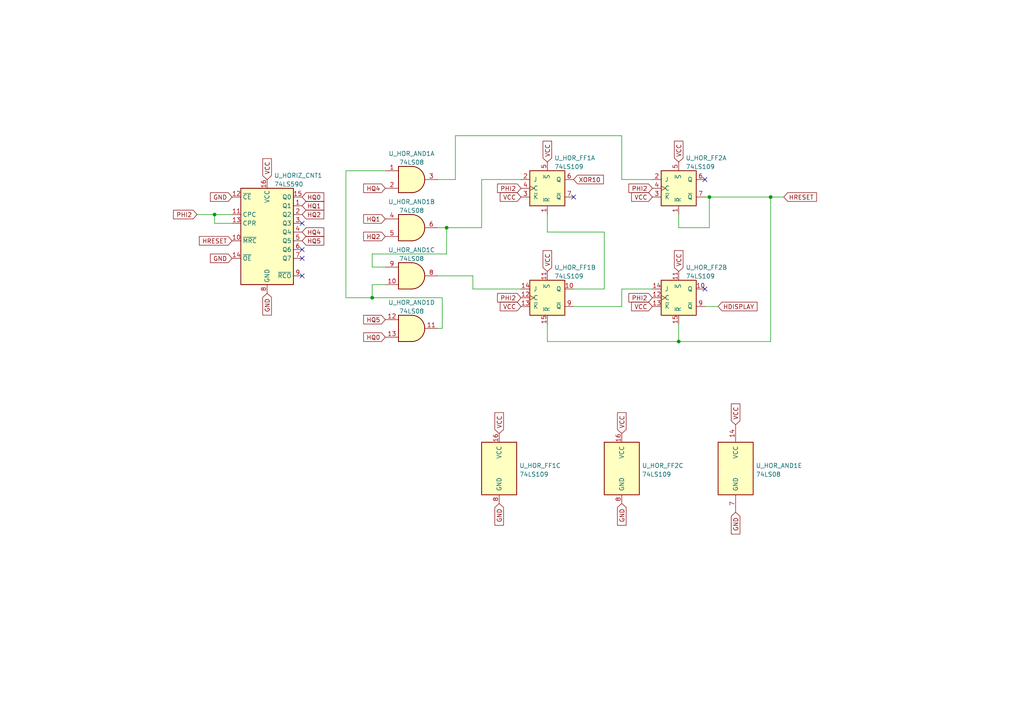
<source format=kicad_sch>
(kicad_sch (version 20211123) (generator eeschema)

  (uuid c282166a-255c-464b-b7f5-7d3847a00e90)

  (paper "A4")

  (lib_symbols
    (symbol "74xx:74LS08" (pin_names (offset 1.016)) (in_bom yes) (on_board yes)
      (property "Reference" "U" (id 0) (at 0 1.27 0)
        (effects (font (size 1.27 1.27)))
      )
      (property "Value" "74LS08" (id 1) (at 0 -1.27 0)
        (effects (font (size 1.27 1.27)))
      )
      (property "Footprint" "" (id 2) (at 0 0 0)
        (effects (font (size 1.27 1.27)) hide)
      )
      (property "Datasheet" "http://www.ti.com/lit/gpn/sn74LS08" (id 3) (at 0 0 0)
        (effects (font (size 1.27 1.27)) hide)
      )
      (property "ki_locked" "" (id 4) (at 0 0 0)
        (effects (font (size 1.27 1.27)))
      )
      (property "ki_keywords" "TTL and2" (id 5) (at 0 0 0)
        (effects (font (size 1.27 1.27)) hide)
      )
      (property "ki_description" "Quad And2" (id 6) (at 0 0 0)
        (effects (font (size 1.27 1.27)) hide)
      )
      (property "ki_fp_filters" "DIP*W7.62mm*" (id 7) (at 0 0 0)
        (effects (font (size 1.27 1.27)) hide)
      )
      (symbol "74LS08_1_1"
        (arc (start 0 -3.81) (mid 3.81 0) (end 0 3.81)
          (stroke (width 0.254) (type default) (color 0 0 0 0))
          (fill (type background))
        )
        (polyline
          (pts
            (xy 0 3.81)
            (xy -3.81 3.81)
            (xy -3.81 -3.81)
            (xy 0 -3.81)
          )
          (stroke (width 0.254) (type default) (color 0 0 0 0))
          (fill (type background))
        )
        (pin input line (at -7.62 2.54 0) (length 3.81)
          (name "~" (effects (font (size 1.27 1.27))))
          (number "1" (effects (font (size 1.27 1.27))))
        )
        (pin input line (at -7.62 -2.54 0) (length 3.81)
          (name "~" (effects (font (size 1.27 1.27))))
          (number "2" (effects (font (size 1.27 1.27))))
        )
        (pin output line (at 7.62 0 180) (length 3.81)
          (name "~" (effects (font (size 1.27 1.27))))
          (number "3" (effects (font (size 1.27 1.27))))
        )
      )
      (symbol "74LS08_1_2"
        (arc (start -3.81 -3.81) (mid -2.589 0) (end -3.81 3.81)
          (stroke (width 0.254) (type default) (color 0 0 0 0))
          (fill (type none))
        )
        (arc (start -0.6096 -3.81) (mid 2.1842 -2.5851) (end 3.81 0)
          (stroke (width 0.254) (type default) (color 0 0 0 0))
          (fill (type background))
        )
        (polyline
          (pts
            (xy -3.81 -3.81)
            (xy -0.635 -3.81)
          )
          (stroke (width 0.254) (type default) (color 0 0 0 0))
          (fill (type background))
        )
        (polyline
          (pts
            (xy -3.81 3.81)
            (xy -0.635 3.81)
          )
          (stroke (width 0.254) (type default) (color 0 0 0 0))
          (fill (type background))
        )
        (polyline
          (pts
            (xy -0.635 3.81)
            (xy -3.81 3.81)
            (xy -3.81 3.81)
            (xy -3.556 3.4036)
            (xy -3.0226 2.2606)
            (xy -2.6924 1.0414)
            (xy -2.6162 -0.254)
            (xy -2.7686 -1.4986)
            (xy -3.175 -2.7178)
            (xy -3.81 -3.81)
            (xy -3.81 -3.81)
            (xy -0.635 -3.81)
          )
          (stroke (width -25.4) (type default) (color 0 0 0 0))
          (fill (type background))
        )
        (arc (start 3.81 0) (mid 2.1915 2.5936) (end -0.6096 3.81)
          (stroke (width 0.254) (type default) (color 0 0 0 0))
          (fill (type background))
        )
        (pin input inverted (at -7.62 2.54 0) (length 4.318)
          (name "~" (effects (font (size 1.27 1.27))))
          (number "1" (effects (font (size 1.27 1.27))))
        )
        (pin input inverted (at -7.62 -2.54 0) (length 4.318)
          (name "~" (effects (font (size 1.27 1.27))))
          (number "2" (effects (font (size 1.27 1.27))))
        )
        (pin output inverted (at 7.62 0 180) (length 3.81)
          (name "~" (effects (font (size 1.27 1.27))))
          (number "3" (effects (font (size 1.27 1.27))))
        )
      )
      (symbol "74LS08_2_1"
        (arc (start 0 -3.81) (mid 3.81 0) (end 0 3.81)
          (stroke (width 0.254) (type default) (color 0 0 0 0))
          (fill (type background))
        )
        (polyline
          (pts
            (xy 0 3.81)
            (xy -3.81 3.81)
            (xy -3.81 -3.81)
            (xy 0 -3.81)
          )
          (stroke (width 0.254) (type default) (color 0 0 0 0))
          (fill (type background))
        )
        (pin input line (at -7.62 2.54 0) (length 3.81)
          (name "~" (effects (font (size 1.27 1.27))))
          (number "4" (effects (font (size 1.27 1.27))))
        )
        (pin input line (at -7.62 -2.54 0) (length 3.81)
          (name "~" (effects (font (size 1.27 1.27))))
          (number "5" (effects (font (size 1.27 1.27))))
        )
        (pin output line (at 7.62 0 180) (length 3.81)
          (name "~" (effects (font (size 1.27 1.27))))
          (number "6" (effects (font (size 1.27 1.27))))
        )
      )
      (symbol "74LS08_2_2"
        (arc (start -3.81 -3.81) (mid -2.589 0) (end -3.81 3.81)
          (stroke (width 0.254) (type default) (color 0 0 0 0))
          (fill (type none))
        )
        (arc (start -0.6096 -3.81) (mid 2.1842 -2.5851) (end 3.81 0)
          (stroke (width 0.254) (type default) (color 0 0 0 0))
          (fill (type background))
        )
        (polyline
          (pts
            (xy -3.81 -3.81)
            (xy -0.635 -3.81)
          )
          (stroke (width 0.254) (type default) (color 0 0 0 0))
          (fill (type background))
        )
        (polyline
          (pts
            (xy -3.81 3.81)
            (xy -0.635 3.81)
          )
          (stroke (width 0.254) (type default) (color 0 0 0 0))
          (fill (type background))
        )
        (polyline
          (pts
            (xy -0.635 3.81)
            (xy -3.81 3.81)
            (xy -3.81 3.81)
            (xy -3.556 3.4036)
            (xy -3.0226 2.2606)
            (xy -2.6924 1.0414)
            (xy -2.6162 -0.254)
            (xy -2.7686 -1.4986)
            (xy -3.175 -2.7178)
            (xy -3.81 -3.81)
            (xy -3.81 -3.81)
            (xy -0.635 -3.81)
          )
          (stroke (width -25.4) (type default) (color 0 0 0 0))
          (fill (type background))
        )
        (arc (start 3.81 0) (mid 2.1915 2.5936) (end -0.6096 3.81)
          (stroke (width 0.254) (type default) (color 0 0 0 0))
          (fill (type background))
        )
        (pin input inverted (at -7.62 2.54 0) (length 4.318)
          (name "~" (effects (font (size 1.27 1.27))))
          (number "4" (effects (font (size 1.27 1.27))))
        )
        (pin input inverted (at -7.62 -2.54 0) (length 4.318)
          (name "~" (effects (font (size 1.27 1.27))))
          (number "5" (effects (font (size 1.27 1.27))))
        )
        (pin output inverted (at 7.62 0 180) (length 3.81)
          (name "~" (effects (font (size 1.27 1.27))))
          (number "6" (effects (font (size 1.27 1.27))))
        )
      )
      (symbol "74LS08_3_1"
        (arc (start 0 -3.81) (mid 3.81 0) (end 0 3.81)
          (stroke (width 0.254) (type default) (color 0 0 0 0))
          (fill (type background))
        )
        (polyline
          (pts
            (xy 0 3.81)
            (xy -3.81 3.81)
            (xy -3.81 -3.81)
            (xy 0 -3.81)
          )
          (stroke (width 0.254) (type default) (color 0 0 0 0))
          (fill (type background))
        )
        (pin input line (at -7.62 -2.54 0) (length 3.81)
          (name "~" (effects (font (size 1.27 1.27))))
          (number "10" (effects (font (size 1.27 1.27))))
        )
        (pin output line (at 7.62 0 180) (length 3.81)
          (name "~" (effects (font (size 1.27 1.27))))
          (number "8" (effects (font (size 1.27 1.27))))
        )
        (pin input line (at -7.62 2.54 0) (length 3.81)
          (name "~" (effects (font (size 1.27 1.27))))
          (number "9" (effects (font (size 1.27 1.27))))
        )
      )
      (symbol "74LS08_3_2"
        (arc (start -3.81 -3.81) (mid -2.589 0) (end -3.81 3.81)
          (stroke (width 0.254) (type default) (color 0 0 0 0))
          (fill (type none))
        )
        (arc (start -0.6096 -3.81) (mid 2.1842 -2.5851) (end 3.81 0)
          (stroke (width 0.254) (type default) (color 0 0 0 0))
          (fill (type background))
        )
        (polyline
          (pts
            (xy -3.81 -3.81)
            (xy -0.635 -3.81)
          )
          (stroke (width 0.254) (type default) (color 0 0 0 0))
          (fill (type background))
        )
        (polyline
          (pts
            (xy -3.81 3.81)
            (xy -0.635 3.81)
          )
          (stroke (width 0.254) (type default) (color 0 0 0 0))
          (fill (type background))
        )
        (polyline
          (pts
            (xy -0.635 3.81)
            (xy -3.81 3.81)
            (xy -3.81 3.81)
            (xy -3.556 3.4036)
            (xy -3.0226 2.2606)
            (xy -2.6924 1.0414)
            (xy -2.6162 -0.254)
            (xy -2.7686 -1.4986)
            (xy -3.175 -2.7178)
            (xy -3.81 -3.81)
            (xy -3.81 -3.81)
            (xy -0.635 -3.81)
          )
          (stroke (width -25.4) (type default) (color 0 0 0 0))
          (fill (type background))
        )
        (arc (start 3.81 0) (mid 2.1915 2.5936) (end -0.6096 3.81)
          (stroke (width 0.254) (type default) (color 0 0 0 0))
          (fill (type background))
        )
        (pin input inverted (at -7.62 -2.54 0) (length 4.318)
          (name "~" (effects (font (size 1.27 1.27))))
          (number "10" (effects (font (size 1.27 1.27))))
        )
        (pin output inverted (at 7.62 0 180) (length 3.81)
          (name "~" (effects (font (size 1.27 1.27))))
          (number "8" (effects (font (size 1.27 1.27))))
        )
        (pin input inverted (at -7.62 2.54 0) (length 4.318)
          (name "~" (effects (font (size 1.27 1.27))))
          (number "9" (effects (font (size 1.27 1.27))))
        )
      )
      (symbol "74LS08_4_1"
        (arc (start 0 -3.81) (mid 3.81 0) (end 0 3.81)
          (stroke (width 0.254) (type default) (color 0 0 0 0))
          (fill (type background))
        )
        (polyline
          (pts
            (xy 0 3.81)
            (xy -3.81 3.81)
            (xy -3.81 -3.81)
            (xy 0 -3.81)
          )
          (stroke (width 0.254) (type default) (color 0 0 0 0))
          (fill (type background))
        )
        (pin output line (at 7.62 0 180) (length 3.81)
          (name "~" (effects (font (size 1.27 1.27))))
          (number "11" (effects (font (size 1.27 1.27))))
        )
        (pin input line (at -7.62 2.54 0) (length 3.81)
          (name "~" (effects (font (size 1.27 1.27))))
          (number "12" (effects (font (size 1.27 1.27))))
        )
        (pin input line (at -7.62 -2.54 0) (length 3.81)
          (name "~" (effects (font (size 1.27 1.27))))
          (number "13" (effects (font (size 1.27 1.27))))
        )
      )
      (symbol "74LS08_4_2"
        (arc (start -3.81 -3.81) (mid -2.589 0) (end -3.81 3.81)
          (stroke (width 0.254) (type default) (color 0 0 0 0))
          (fill (type none))
        )
        (arc (start -0.6096 -3.81) (mid 2.1842 -2.5851) (end 3.81 0)
          (stroke (width 0.254) (type default) (color 0 0 0 0))
          (fill (type background))
        )
        (polyline
          (pts
            (xy -3.81 -3.81)
            (xy -0.635 -3.81)
          )
          (stroke (width 0.254) (type default) (color 0 0 0 0))
          (fill (type background))
        )
        (polyline
          (pts
            (xy -3.81 3.81)
            (xy -0.635 3.81)
          )
          (stroke (width 0.254) (type default) (color 0 0 0 0))
          (fill (type background))
        )
        (polyline
          (pts
            (xy -0.635 3.81)
            (xy -3.81 3.81)
            (xy -3.81 3.81)
            (xy -3.556 3.4036)
            (xy -3.0226 2.2606)
            (xy -2.6924 1.0414)
            (xy -2.6162 -0.254)
            (xy -2.7686 -1.4986)
            (xy -3.175 -2.7178)
            (xy -3.81 -3.81)
            (xy -3.81 -3.81)
            (xy -0.635 -3.81)
          )
          (stroke (width -25.4) (type default) (color 0 0 0 0))
          (fill (type background))
        )
        (arc (start 3.81 0) (mid 2.1915 2.5936) (end -0.6096 3.81)
          (stroke (width 0.254) (type default) (color 0 0 0 0))
          (fill (type background))
        )
        (pin output inverted (at 7.62 0 180) (length 3.81)
          (name "~" (effects (font (size 1.27 1.27))))
          (number "11" (effects (font (size 1.27 1.27))))
        )
        (pin input inverted (at -7.62 2.54 0) (length 4.318)
          (name "~" (effects (font (size 1.27 1.27))))
          (number "12" (effects (font (size 1.27 1.27))))
        )
        (pin input inverted (at -7.62 -2.54 0) (length 4.318)
          (name "~" (effects (font (size 1.27 1.27))))
          (number "13" (effects (font (size 1.27 1.27))))
        )
      )
      (symbol "74LS08_5_0"
        (pin power_in line (at 0 12.7 270) (length 5.08)
          (name "VCC" (effects (font (size 1.27 1.27))))
          (number "14" (effects (font (size 1.27 1.27))))
        )
        (pin power_in line (at 0 -12.7 90) (length 5.08)
          (name "GND" (effects (font (size 1.27 1.27))))
          (number "7" (effects (font (size 1.27 1.27))))
        )
      )
      (symbol "74LS08_5_1"
        (rectangle (start -5.08 7.62) (end 5.08 -7.62)
          (stroke (width 0.254) (type default) (color 0 0 0 0))
          (fill (type background))
        )
      )
    )
    (symbol "74xx:74LS109" (pin_names (offset 1.016)) (in_bom yes) (on_board yes)
      (property "Reference" "U" (id 0) (at -7.62 8.89 0)
        (effects (font (size 1.27 1.27)))
      )
      (property "Value" "74LS109" (id 1) (at -7.62 -8.89 0)
        (effects (font (size 1.27 1.27)))
      )
      (property "Footprint" "" (id 2) (at 0 0 0)
        (effects (font (size 1.27 1.27)) hide)
      )
      (property "Datasheet" "http://www.ti.com/lit/gpn/sn74LS109" (id 3) (at 0 0 0)
        (effects (font (size 1.27 1.27)) hide)
      )
      (property "ki_locked" "" (id 4) (at 0 0 0)
        (effects (font (size 1.27 1.27)))
      )
      (property "ki_keywords" "TTL JK" (id 5) (at 0 0 0)
        (effects (font (size 1.27 1.27)) hide)
      )
      (property "ki_description" "Dual JK Flip-Flop, Set & Reset" (id 6) (at 0 0 0)
        (effects (font (size 1.27 1.27)) hide)
      )
      (property "ki_fp_filters" "DIP*W7.62mm*" (id 7) (at 0 0 0)
        (effects (font (size 1.27 1.27)) hide)
      )
      (symbol "74LS109_1_0"
        (pin input line (at 0 -7.62 90) (length 2.54)
          (name "~{R}" (effects (font (size 1.27 1.27))))
          (number "1" (effects (font (size 1.27 1.27))))
        )
        (pin input line (at -7.62 2.54 0) (length 2.54)
          (name "J" (effects (font (size 1.27 1.27))))
          (number "2" (effects (font (size 1.27 1.27))))
        )
        (pin input line (at -7.62 -2.54 0) (length 2.54)
          (name "~{K}" (effects (font (size 1.27 1.27))))
          (number "3" (effects (font (size 1.27 1.27))))
        )
        (pin input clock (at -7.62 0 0) (length 2.54)
          (name "C" (effects (font (size 1.27 1.27))))
          (number "4" (effects (font (size 1.27 1.27))))
        )
        (pin input line (at 0 7.62 270) (length 2.54)
          (name "~{S}" (effects (font (size 1.27 1.27))))
          (number "5" (effects (font (size 1.27 1.27))))
        )
        (pin output line (at 7.62 2.54 180) (length 2.54)
          (name "Q" (effects (font (size 1.27 1.27))))
          (number "6" (effects (font (size 1.27 1.27))))
        )
        (pin output line (at 7.62 -2.54 180) (length 2.54)
          (name "~{Q}" (effects (font (size 1.27 1.27))))
          (number "7" (effects (font (size 1.27 1.27))))
        )
      )
      (symbol "74LS109_1_1"
        (rectangle (start -5.08 5.08) (end 5.08 -5.08)
          (stroke (width 0.254) (type default) (color 0 0 0 0))
          (fill (type background))
        )
      )
      (symbol "74LS109_2_0"
        (pin output line (at 7.62 2.54 180) (length 2.54)
          (name "Q" (effects (font (size 1.27 1.27))))
          (number "10" (effects (font (size 1.27 1.27))))
        )
        (pin input line (at 0 7.62 270) (length 2.54)
          (name "~{S}" (effects (font (size 1.27 1.27))))
          (number "11" (effects (font (size 1.27 1.27))))
        )
        (pin input clock (at -7.62 0 0) (length 2.54)
          (name "C" (effects (font (size 1.27 1.27))))
          (number "12" (effects (font (size 1.27 1.27))))
        )
        (pin input line (at -7.62 -2.54 0) (length 2.54)
          (name "~{K}" (effects (font (size 1.27 1.27))))
          (number "13" (effects (font (size 1.27 1.27))))
        )
        (pin input line (at -7.62 2.54 0) (length 2.54)
          (name "J" (effects (font (size 1.27 1.27))))
          (number "14" (effects (font (size 1.27 1.27))))
        )
        (pin input line (at 0 -7.62 90) (length 2.54)
          (name "~{R}" (effects (font (size 1.27 1.27))))
          (number "15" (effects (font (size 1.27 1.27))))
        )
        (pin output line (at 7.62 -2.54 180) (length 2.54)
          (name "~{Q}" (effects (font (size 1.27 1.27))))
          (number "9" (effects (font (size 1.27 1.27))))
        )
      )
      (symbol "74LS109_2_1"
        (rectangle (start -5.08 5.08) (end 5.08 -5.08)
          (stroke (width 0.254) (type default) (color 0 0 0 0))
          (fill (type background))
        )
      )
      (symbol "74LS109_3_0"
        (pin power_in line (at 0 10.16 270) (length 2.54)
          (name "VCC" (effects (font (size 1.27 1.27))))
          (number "16" (effects (font (size 1.27 1.27))))
        )
        (pin power_in line (at 0 -10.16 90) (length 2.54)
          (name "GND" (effects (font (size 1.27 1.27))))
          (number "8" (effects (font (size 1.27 1.27))))
        )
      )
      (symbol "74LS109_3_1"
        (rectangle (start -5.08 7.62) (end 5.08 -7.62)
          (stroke (width 0.254) (type default) (color 0 0 0 0))
          (fill (type background))
        )
      )
    )
    (symbol "74xx:74LS590" (in_bom yes) (on_board yes)
      (property "Reference" "U" (id 0) (at -7.62 16.51 0)
        (effects (font (size 1.27 1.27)))
      )
      (property "Value" "74LS590" (id 1) (at -7.62 -13.97 0)
        (effects (font (size 1.27 1.27)))
      )
      (property "Footprint" "" (id 2) (at 0 1.27 0)
        (effects (font (size 1.27 1.27)) hide)
      )
      (property "Datasheet" "http://www.ti.com/lit/gpn/sn74ls590" (id 3) (at 0 1.27 0)
        (effects (font (size 1.27 1.27)) hide)
      )
      (property "ki_keywords" "TTL Counter 3State" (id 4) (at 0 0 0)
        (effects (font (size 1.27 1.27)) hide)
      )
      (property "ki_description" "8-bit Binary Counter with Output Register 3-State Outputs, DIP-16/SOIC-16/SOIC-16W" (id 5) (at 0 0 0)
        (effects (font (size 1.27 1.27)) hide)
      )
      (property "ki_fp_filters" "DIP*W7.62mm* SOIC*3.9x9.9mm*P1.27mm* TSSOP*4.4x5mm*P0.65mm* SOIC*5.3x10.2mm*P1.27mm* SOIC*7.5x10.3mm*P1.27mm*" (id 6) (at 0 0 0)
        (effects (font (size 1.27 1.27)) hide)
      )
      (symbol "74LS590_1_0"
        (pin tri_state line (at 10.16 10.16 180) (length 2.54)
          (name "Q1" (effects (font (size 1.27 1.27))))
          (number "1" (effects (font (size 1.27 1.27))))
        )
        (pin input line (at -10.16 0 0) (length 2.54)
          (name "~{MRC}" (effects (font (size 1.27 1.27))))
          (number "10" (effects (font (size 1.27 1.27))))
        )
        (pin input line (at -10.16 7.62 0) (length 2.54)
          (name "CPC" (effects (font (size 1.27 1.27))))
          (number "11" (effects (font (size 1.27 1.27))))
        )
        (pin input line (at -10.16 12.7 0) (length 2.54)
          (name "~{CE}" (effects (font (size 1.27 1.27))))
          (number "12" (effects (font (size 1.27 1.27))))
        )
        (pin input line (at -10.16 5.08 0) (length 2.54)
          (name "CPR" (effects (font (size 1.27 1.27))))
          (number "13" (effects (font (size 1.27 1.27))))
        )
        (pin input line (at -10.16 -5.08 0) (length 2.54)
          (name "~{OE}" (effects (font (size 1.27 1.27))))
          (number "14" (effects (font (size 1.27 1.27))))
        )
        (pin tri_state line (at 10.16 12.7 180) (length 2.54)
          (name "Q0" (effects (font (size 1.27 1.27))))
          (number "15" (effects (font (size 1.27 1.27))))
        )
        (pin power_in line (at 0 17.78 270) (length 2.54)
          (name "VCC" (effects (font (size 1.27 1.27))))
          (number "16" (effects (font (size 1.27 1.27))))
        )
        (pin tri_state line (at 10.16 7.62 180) (length 2.54)
          (name "Q2" (effects (font (size 1.27 1.27))))
          (number "2" (effects (font (size 1.27 1.27))))
        )
        (pin tri_state line (at 10.16 5.08 180) (length 2.54)
          (name "Q3" (effects (font (size 1.27 1.27))))
          (number "3" (effects (font (size 1.27 1.27))))
        )
        (pin tri_state line (at 10.16 2.54 180) (length 2.54)
          (name "Q4" (effects (font (size 1.27 1.27))))
          (number "4" (effects (font (size 1.27 1.27))))
        )
        (pin tri_state line (at 10.16 0 180) (length 2.54)
          (name "Q5" (effects (font (size 1.27 1.27))))
          (number "5" (effects (font (size 1.27 1.27))))
        )
        (pin tri_state line (at 10.16 -2.54 180) (length 2.54)
          (name "Q6" (effects (font (size 1.27 1.27))))
          (number "6" (effects (font (size 1.27 1.27))))
        )
        (pin tri_state line (at 10.16 -5.08 180) (length 2.54)
          (name "Q7" (effects (font (size 1.27 1.27))))
          (number "7" (effects (font (size 1.27 1.27))))
        )
        (pin power_in line (at 0 -15.24 90) (length 2.54)
          (name "GND" (effects (font (size 1.27 1.27))))
          (number "8" (effects (font (size 1.27 1.27))))
        )
        (pin output line (at 10.16 -10.16 180) (length 2.54)
          (name "~{RCO}" (effects (font (size 1.27 1.27))))
          (number "9" (effects (font (size 1.27 1.27))))
        )
      )
      (symbol "74LS590_1_1"
        (rectangle (start -7.62 15.24) (end 7.62 -12.7)
          (stroke (width 0.254) (type default) (color 0 0 0 0))
          (fill (type background))
        )
      )
    )
  )

  (junction (at 62.23 62.23) (diameter 0) (color 0 0 0 0)
    (uuid 2169a828-b64f-46a8-aabc-2ebc08394bb2)
  )
  (junction (at 107.95 86.36) (diameter 0) (color 0 0 0 0)
    (uuid 252c8064-b4a7-417c-a20d-077e13665b72)
  )
  (junction (at 129.54 66.04) (diameter 0) (color 0 0 0 0)
    (uuid 4796457e-6108-48ee-8dcc-1fece6547974)
  )
  (junction (at 196.85 99.06) (diameter 0) (color 0 0 0 0)
    (uuid 6bd7cc54-65d4-45e4-90a4-d2f1b410049e)
  )
  (junction (at 223.52 57.15) (diameter 0) (color 0 0 0 0)
    (uuid bed1d78f-cfe4-42fb-98c3-6b0588492b3a)
  )
  (junction (at 205.74 57.15) (diameter 0) (color 0 0 0 0)
    (uuid f9e8ae6d-2120-4d40-929f-ec6aad03867f)
  )

  (no_connect (at 166.37 57.15) (uuid b2735134-f0ea-4d7f-98f7-0524ff468e84))
  (no_connect (at 204.47 52.07) (uuid b2735134-f0ea-4d7f-98f7-0524ff468e85))
  (no_connect (at 87.63 64.77) (uuid d3308d37-1695-49e7-8af1-d32dcc1006d2))
  (no_connect (at 87.63 72.39) (uuid d3308d37-1695-49e7-8af1-d32dcc1006d3))
  (no_connect (at 87.63 80.01) (uuid d3308d37-1695-49e7-8af1-d32dcc1006d4))
  (no_connect (at 87.63 74.93) (uuid d3308d37-1695-49e7-8af1-d32dcc1006d5))
  (no_connect (at 204.47 83.82) (uuid e72316eb-052b-4333-a656-914e0582ffe3))

  (wire (pts (xy 196.85 66.04) (xy 205.74 66.04))
    (stroke (width 0) (type default) (color 0 0 0 0))
    (uuid 08a1494d-f8bd-4e3b-8088-558d92b691ea)
  )
  (wire (pts (xy 175.26 83.82) (xy 175.26 67.31))
    (stroke (width 0) (type default) (color 0 0 0 0))
    (uuid 0e236c94-c9d6-4115-988e-792fc88d6b8f)
  )
  (wire (pts (xy 127 52.07) (xy 132.08 52.07))
    (stroke (width 0) (type default) (color 0 0 0 0))
    (uuid 11fba5da-432e-41ba-8bcc-96a01f9e966c)
  )
  (wire (pts (xy 129.54 73.66) (xy 107.95 73.66))
    (stroke (width 0) (type default) (color 0 0 0 0))
    (uuid 27843c1a-d60e-44b2-9154-3f6b675e8dcd)
  )
  (wire (pts (xy 107.95 73.66) (xy 107.95 77.47))
    (stroke (width 0) (type default) (color 0 0 0 0))
    (uuid 2823280e-b41d-415c-b060-f57581b5880a)
  )
  (wire (pts (xy 100.33 86.36) (xy 100.33 49.53))
    (stroke (width 0) (type default) (color 0 0 0 0))
    (uuid 2d640459-b8d6-4f79-8ad0-dc44f3af5998)
  )
  (wire (pts (xy 180.34 83.82) (xy 180.34 88.9))
    (stroke (width 0) (type default) (color 0 0 0 0))
    (uuid 2ed25d80-89a5-42eb-8c7d-c411aead5063)
  )
  (wire (pts (xy 180.34 88.9) (xy 166.37 88.9))
    (stroke (width 0) (type default) (color 0 0 0 0))
    (uuid 32a791ce-2d67-4d08-9f5a-925a6e16ee5d)
  )
  (wire (pts (xy 208.28 88.9) (xy 204.47 88.9))
    (stroke (width 0) (type default) (color 0 0 0 0))
    (uuid 36e7e5eb-dbe6-4d46-acf8-20d70bd655db)
  )
  (wire (pts (xy 158.75 93.98) (xy 158.75 99.06))
    (stroke (width 0) (type default) (color 0 0 0 0))
    (uuid 374c092a-abbe-4ecd-b470-3b848da27562)
  )
  (wire (pts (xy 62.23 62.23) (xy 67.31 62.23))
    (stroke (width 0) (type default) (color 0 0 0 0))
    (uuid 47bddab0-a0da-40cc-9ffc-c2dddae4bc08)
  )
  (wire (pts (xy 129.54 66.04) (xy 139.7 66.04))
    (stroke (width 0) (type default) (color 0 0 0 0))
    (uuid 49074762-29b4-4103-b977-6bb1b2f328b0)
  )
  (wire (pts (xy 205.74 57.15) (xy 204.47 57.15))
    (stroke (width 0) (type default) (color 0 0 0 0))
    (uuid 4a67b9f0-641e-4deb-b5af-e3c72253c9e3)
  )
  (wire (pts (xy 132.08 39.37) (xy 180.34 39.37))
    (stroke (width 0) (type default) (color 0 0 0 0))
    (uuid 521ced63-e8bb-4396-9f38-9f7cdc789349)
  )
  (wire (pts (xy 62.23 62.23) (xy 62.23 64.77))
    (stroke (width 0) (type default) (color 0 0 0 0))
    (uuid 55c78c4d-fe62-4caf-afae-87cb46adc7e2)
  )
  (wire (pts (xy 127 80.01) (xy 137.16 80.01))
    (stroke (width 0) (type default) (color 0 0 0 0))
    (uuid 565fe3b8-b76d-4b1d-ba7b-a9a2c13ea231)
  )
  (wire (pts (xy 107.95 86.36) (xy 107.95 82.55))
    (stroke (width 0) (type default) (color 0 0 0 0))
    (uuid 5913233b-74df-4917-8bc2-e5cb17e09f2d)
  )
  (wire (pts (xy 137.16 80.01) (xy 137.16 83.82))
    (stroke (width 0) (type default) (color 0 0 0 0))
    (uuid 681d50b1-5a8d-461e-8477-1058af5e003e)
  )
  (wire (pts (xy 175.26 67.31) (xy 158.75 67.31))
    (stroke (width 0) (type default) (color 0 0 0 0))
    (uuid 6c8d0f20-458b-4690-ae36-06e8560f3073)
  )
  (wire (pts (xy 205.74 66.04) (xy 205.74 57.15))
    (stroke (width 0) (type default) (color 0 0 0 0))
    (uuid 7069fb1e-c33c-47d4-b88f-f141a007d5dc)
  )
  (wire (pts (xy 196.85 99.06) (xy 196.85 93.98))
    (stroke (width 0) (type default) (color 0 0 0 0))
    (uuid 775eeab5-9a68-435a-85b2-c1eb3d7b4569)
  )
  (wire (pts (xy 180.34 39.37) (xy 180.34 52.07))
    (stroke (width 0) (type default) (color 0 0 0 0))
    (uuid 780eb0cd-fca4-46e8-b2cd-595f6d6fdb04)
  )
  (wire (pts (xy 189.23 83.82) (xy 180.34 83.82))
    (stroke (width 0) (type default) (color 0 0 0 0))
    (uuid 79df9b73-aef9-419c-93fe-831d64be8fc7)
  )
  (wire (pts (xy 139.7 66.04) (xy 139.7 52.07))
    (stroke (width 0) (type default) (color 0 0 0 0))
    (uuid 7d173e4f-83b7-4ce1-ad6b-40c20dc4d2c2)
  )
  (wire (pts (xy 127 95.25) (xy 128.27 95.25))
    (stroke (width 0) (type default) (color 0 0 0 0))
    (uuid 8b0ead5c-92c1-41cb-8e8d-f5b14f5f71d8)
  )
  (wire (pts (xy 57.15 62.23) (xy 62.23 62.23))
    (stroke (width 0) (type default) (color 0 0 0 0))
    (uuid 8bd3ac9a-a765-43bf-a95b-020d0028be8c)
  )
  (wire (pts (xy 107.95 82.55) (xy 111.76 82.55))
    (stroke (width 0) (type default) (color 0 0 0 0))
    (uuid 90a59c5b-bb81-4be8-b635-e4224f09694d)
  )
  (wire (pts (xy 139.7 52.07) (xy 151.13 52.07))
    (stroke (width 0) (type default) (color 0 0 0 0))
    (uuid 93a45995-274e-4f46-a1d2-79ae7a50de1e)
  )
  (wire (pts (xy 132.08 52.07) (xy 132.08 39.37))
    (stroke (width 0) (type default) (color 0 0 0 0))
    (uuid 9c121ee9-ece3-4b75-8bb4-0d8296524ed4)
  )
  (wire (pts (xy 127 66.04) (xy 129.54 66.04))
    (stroke (width 0) (type default) (color 0 0 0 0))
    (uuid a08862d2-6ab0-406a-8a36-a92eddfe7113)
  )
  (wire (pts (xy 128.27 86.36) (xy 107.95 86.36))
    (stroke (width 0) (type default) (color 0 0 0 0))
    (uuid a1ff4fb3-fda0-40ac-b409-b80ac7ecfa43)
  )
  (wire (pts (xy 100.33 49.53) (xy 111.76 49.53))
    (stroke (width 0) (type default) (color 0 0 0 0))
    (uuid aa786764-e29b-4b2d-99e8-d4d5872c4e7a)
  )
  (wire (pts (xy 62.23 64.77) (xy 67.31 64.77))
    (stroke (width 0) (type default) (color 0 0 0 0))
    (uuid b4eb715c-8f04-4b42-9eaf-131ef41739b5)
  )
  (wire (pts (xy 223.52 57.15) (xy 223.52 99.06))
    (stroke (width 0) (type default) (color 0 0 0 0))
    (uuid c31e1d32-f056-4d40-a9d2-f87cc76e8098)
  )
  (wire (pts (xy 223.52 57.15) (xy 205.74 57.15))
    (stroke (width 0) (type default) (color 0 0 0 0))
    (uuid c5e78477-4199-4947-a764-300d343bf74a)
  )
  (wire (pts (xy 137.16 83.82) (xy 151.13 83.82))
    (stroke (width 0) (type default) (color 0 0 0 0))
    (uuid cc2a5bb4-6077-47b7-8d2f-cf2e133d9440)
  )
  (wire (pts (xy 227.33 57.15) (xy 223.52 57.15))
    (stroke (width 0) (type default) (color 0 0 0 0))
    (uuid cd891a58-4aeb-4655-b8a7-6e1d17f67798)
  )
  (wire (pts (xy 107.95 86.36) (xy 100.33 86.36))
    (stroke (width 0) (type default) (color 0 0 0 0))
    (uuid d0148362-1c8b-4806-ba14-70b1ce73a8a8)
  )
  (wire (pts (xy 180.34 52.07) (xy 189.23 52.07))
    (stroke (width 0) (type default) (color 0 0 0 0))
    (uuid d1029489-f389-4b1d-9984-f78f8589fb7e)
  )
  (wire (pts (xy 107.95 77.47) (xy 111.76 77.47))
    (stroke (width 0) (type default) (color 0 0 0 0))
    (uuid d8f80fa9-9c32-4b15-a2fc-8610b43c74fa)
  )
  (wire (pts (xy 128.27 95.25) (xy 128.27 86.36))
    (stroke (width 0) (type default) (color 0 0 0 0))
    (uuid de089340-de9c-4b48-8a27-544706b033cc)
  )
  (wire (pts (xy 158.75 99.06) (xy 196.85 99.06))
    (stroke (width 0) (type default) (color 0 0 0 0))
    (uuid de918a1f-5f57-4f9a-996b-af4e373b6952)
  )
  (wire (pts (xy 158.75 67.31) (xy 158.75 62.23))
    (stroke (width 0) (type default) (color 0 0 0 0))
    (uuid df71bbaa-19f8-417e-858f-80538b2bdd40)
  )
  (wire (pts (xy 196.85 62.23) (xy 196.85 66.04))
    (stroke (width 0) (type default) (color 0 0 0 0))
    (uuid e456d41a-8bf5-4d04-8e2e-456a2171449d)
  )
  (wire (pts (xy 129.54 66.04) (xy 129.54 73.66))
    (stroke (width 0) (type default) (color 0 0 0 0))
    (uuid e4f9dea2-3c1a-4777-af01-17ee6a9d2002)
  )
  (wire (pts (xy 223.52 99.06) (xy 196.85 99.06))
    (stroke (width 0) (type default) (color 0 0 0 0))
    (uuid f787908b-db46-480e-a0e9-bd597b0b69f2)
  )
  (wire (pts (xy 166.37 83.82) (xy 175.26 83.82))
    (stroke (width 0) (type default) (color 0 0 0 0))
    (uuid f99e684f-490f-4190-80b9-530d011dbd1d)
  )

  (global_label "VCC" (shape input) (at 151.13 88.9 180) (fields_autoplaced)
    (effects (font (size 1.27 1.27)) (justify right))
    (uuid 01b8f143-0398-4dac-b909-a4e8e7b7d2af)
    (property "Intersheet References" "${INTERSHEET_REFS}" (id 0) (at 145.0883 88.9794 0)
      (effects (font (size 1.27 1.27)) (justify right) hide)
    )
  )
  (global_label "PHI2" (shape input) (at 189.23 86.36 180) (fields_autoplaced)
    (effects (font (size 1.27 1.27)) (justify right))
    (uuid 081bca8c-68ca-461b-880e-a70f148f476a)
    (property "Intersheet References" "${INTERSHEET_REFS}" (id 0) (at 182.4021 86.2806 0)
      (effects (font (size 1.27 1.27)) (justify right) hide)
    )
  )
  (global_label "HQ5" (shape input) (at 111.76 92.71 180) (fields_autoplaced)
    (effects (font (size 1.27 1.27)) (justify right))
    (uuid 1284c0ad-f045-4d00-b00a-63d48cfaf690)
    (property "Intersheet References" "${INTERSHEET_REFS}" (id 0) (at 105.4764 92.7894 0)
      (effects (font (size 1.27 1.27)) (justify right) hide)
    )
  )
  (global_label "XOR10" (shape input) (at 166.37 52.07 0) (fields_autoplaced)
    (effects (font (size 1.27 1.27)) (justify left))
    (uuid 136aecbb-8239-4951-afc9-f38dc7713151)
    (property "Intersheet References" "${INTERSHEET_REFS}" (id 0) (at 175.0121 52.1494 0)
      (effects (font (size 1.27 1.27)) (justify left) hide)
    )
  )
  (global_label "VCC" (shape input) (at 151.13 57.15 180) (fields_autoplaced)
    (effects (font (size 1.27 1.27)) (justify right))
    (uuid 215f54ab-18d1-421c-ae38-fbb7dfd2da6d)
    (property "Intersheet References" "${INTERSHEET_REFS}" (id 0) (at 145.0883 57.2294 0)
      (effects (font (size 1.27 1.27)) (justify right) hide)
    )
  )
  (global_label "GND" (shape input) (at 213.36 148.59 270) (fields_autoplaced)
    (effects (font (size 1.27 1.27)) (justify right))
    (uuid 29dbfd20-4c7f-4094-a58e-f0f0683e11e0)
    (property "Intersheet References" "${INTERSHEET_REFS}" (id 0) (at 213.2806 154.8736 90)
      (effects (font (size 1.27 1.27)) (justify right) hide)
    )
  )
  (global_label "VCC" (shape input) (at 158.75 78.74 90) (fields_autoplaced)
    (effects (font (size 1.27 1.27)) (justify left))
    (uuid 36566b57-70e1-45fe-b735-76d1cfd33adc)
    (property "Intersheet References" "${INTERSHEET_REFS}" (id 0) (at 158.6706 72.6983 90)
      (effects (font (size 1.27 1.27)) (justify left) hide)
    )
  )
  (global_label "HQ1" (shape input) (at 87.63 59.69 0) (fields_autoplaced)
    (effects (font (size 1.27 1.27)) (justify left))
    (uuid 4698fbc4-923d-4e1a-bc48-5fe94b00d916)
    (property "Intersheet References" "${INTERSHEET_REFS}" (id 0) (at 93.9136 59.6106 0)
      (effects (font (size 1.27 1.27)) (justify left) hide)
    )
  )
  (global_label "VCC" (shape input) (at 189.23 88.9 180) (fields_autoplaced)
    (effects (font (size 1.27 1.27)) (justify right))
    (uuid 486edece-fb0c-49fb-aa49-a6b627631fd7)
    (property "Intersheet References" "${INTERSHEET_REFS}" (id 0) (at 183.1883 88.9794 0)
      (effects (font (size 1.27 1.27)) (justify right) hide)
    )
  )
  (global_label "PHI2" (shape input) (at 57.15 62.23 180) (fields_autoplaced)
    (effects (font (size 1.27 1.27)) (justify right))
    (uuid 4a3b3290-f9bb-4267-a414-6037a1de1df3)
    (property "Intersheet References" "${INTERSHEET_REFS}" (id 0) (at 50.3221 62.1506 0)
      (effects (font (size 1.27 1.27)) (justify right) hide)
    )
  )
  (global_label "VCC" (shape input) (at 144.78 125.73 90) (fields_autoplaced)
    (effects (font (size 1.27 1.27)) (justify left))
    (uuid 5a9112f9-ec29-497d-a96e-91276c423767)
    (property "Intersheet References" "${INTERSHEET_REFS}" (id 0) (at 144.7006 119.6883 90)
      (effects (font (size 1.27 1.27)) (justify left) hide)
    )
  )
  (global_label "VCC" (shape input) (at 77.47 52.07 90) (fields_autoplaced)
    (effects (font (size 1.27 1.27)) (justify left))
    (uuid 6220a13e-1761-4fbb-8ab5-61965c78512a)
    (property "Intersheet References" "${INTERSHEET_REFS}" (id 0) (at 77.3906 46.0283 90)
      (effects (font (size 1.27 1.27)) (justify left) hide)
    )
  )
  (global_label "HDISPLAY" (shape input) (at 208.28 88.9 0) (fields_autoplaced)
    (effects (font (size 1.27 1.27)) (justify left))
    (uuid 6861ee51-9df4-4c76-b990-41d6cc90ff85)
    (property "Intersheet References" "${INTERSHEET_REFS}" (id 0) (at 219.5831 88.8206 0)
      (effects (font (size 1.27 1.27)) (justify left) hide)
    )
  )
  (global_label "HQ5" (shape input) (at 87.63 69.85 0) (fields_autoplaced)
    (effects (font (size 1.27 1.27)) (justify left))
    (uuid 6e3cd513-923b-4d71-a99d-233e48a47dd3)
    (property "Intersheet References" "${INTERSHEET_REFS}" (id 0) (at 93.9136 69.7706 0)
      (effects (font (size 1.27 1.27)) (justify left) hide)
    )
  )
  (global_label "GND" (shape input) (at 144.78 146.05 270) (fields_autoplaced)
    (effects (font (size 1.27 1.27)) (justify right))
    (uuid 724a4f87-3aac-44e3-9f05-d5eb5f1e5a3a)
    (property "Intersheet References" "${INTERSHEET_REFS}" (id 0) (at 144.7006 152.3336 90)
      (effects (font (size 1.27 1.27)) (justify right) hide)
    )
  )
  (global_label "GND" (shape input) (at 67.31 74.93 180) (fields_autoplaced)
    (effects (font (size 1.27 1.27)) (justify right))
    (uuid 72dbb69a-3e1a-453b-b912-c206fbb528fb)
    (property "Intersheet References" "${INTERSHEET_REFS}" (id 0) (at 61.0264 74.8506 0)
      (effects (font (size 1.27 1.27)) (justify right) hide)
    )
  )
  (global_label "VCC" (shape input) (at 189.23 57.15 180) (fields_autoplaced)
    (effects (font (size 1.27 1.27)) (justify right))
    (uuid 734bc561-cd89-4516-a8c3-a4adb47e52fb)
    (property "Intersheet References" "${INTERSHEET_REFS}" (id 0) (at 183.1883 57.2294 0)
      (effects (font (size 1.27 1.27)) (justify right) hide)
    )
  )
  (global_label "HRESET" (shape input) (at 67.31 69.85 180) (fields_autoplaced)
    (effects (font (size 1.27 1.27)) (justify right))
    (uuid 794ad8c8-3abc-4b8a-9f05-8fd411b6a2e0)
    (property "Intersheet References" "${INTERSHEET_REFS}" (id 0) (at 57.8212 69.7706 0)
      (effects (font (size 1.27 1.27)) (justify right) hide)
    )
  )
  (global_label "PHI2" (shape input) (at 151.13 54.61 180) (fields_autoplaced)
    (effects (font (size 1.27 1.27)) (justify right))
    (uuid 7f32b9e1-f181-4d9e-88e5-ea67bc0420b6)
    (property "Intersheet References" "${INTERSHEET_REFS}" (id 0) (at 144.3021 54.5306 0)
      (effects (font (size 1.27 1.27)) (justify right) hide)
    )
  )
  (global_label "HQ2" (shape input) (at 111.76 68.58 180) (fields_autoplaced)
    (effects (font (size 1.27 1.27)) (justify right))
    (uuid 93f51510-6fd4-4200-bfa7-61b858025d79)
    (property "Intersheet References" "${INTERSHEET_REFS}" (id 0) (at 105.4764 68.6594 0)
      (effects (font (size 1.27 1.27)) (justify right) hide)
    )
  )
  (global_label "HQ4" (shape input) (at 111.76 54.61 180) (fields_autoplaced)
    (effects (font (size 1.27 1.27)) (justify right))
    (uuid 9716f70d-d72c-4ed8-9b1e-c72170d7402c)
    (property "Intersheet References" "${INTERSHEET_REFS}" (id 0) (at 105.4764 54.6894 0)
      (effects (font (size 1.27 1.27)) (justify right) hide)
    )
  )
  (global_label "GND" (shape input) (at 180.34 146.05 270) (fields_autoplaced)
    (effects (font (size 1.27 1.27)) (justify right))
    (uuid 9ef8e824-2b0a-4020-b0d5-8563eb33c52a)
    (property "Intersheet References" "${INTERSHEET_REFS}" (id 0) (at 180.2606 152.3336 90)
      (effects (font (size 1.27 1.27)) (justify right) hide)
    )
  )
  (global_label "HQ1" (shape input) (at 111.76 63.5 180) (fields_autoplaced)
    (effects (font (size 1.27 1.27)) (justify right))
    (uuid a0b1bd6c-4916-4eba-bbf1-c387b4a2bf3a)
    (property "Intersheet References" "${INTERSHEET_REFS}" (id 0) (at 105.4764 63.5794 0)
      (effects (font (size 1.27 1.27)) (justify right) hide)
    )
  )
  (global_label "HQ0" (shape input) (at 111.76 97.79 180) (fields_autoplaced)
    (effects (font (size 1.27 1.27)) (justify right))
    (uuid a45a24e4-c14a-434f-b0ea-751911bdfe33)
    (property "Intersheet References" "${INTERSHEET_REFS}" (id 0) (at 105.4764 97.8694 0)
      (effects (font (size 1.27 1.27)) (justify right) hide)
    )
  )
  (global_label "PHI2" (shape input) (at 151.13 86.36 180) (fields_autoplaced)
    (effects (font (size 1.27 1.27)) (justify right))
    (uuid ac7c4e6f-745a-40ae-8bfb-ed540435ebb0)
    (property "Intersheet References" "${INTERSHEET_REFS}" (id 0) (at 144.3021 86.2806 0)
      (effects (font (size 1.27 1.27)) (justify right) hide)
    )
  )
  (global_label "HRESET" (shape input) (at 227.33 57.15 0) (fields_autoplaced)
    (effects (font (size 1.27 1.27)) (justify left))
    (uuid b9585191-466e-439a-bd52-1f239668cfe2)
    (property "Intersheet References" "${INTERSHEET_REFS}" (id 0) (at 236.8188 57.2294 0)
      (effects (font (size 1.27 1.27)) (justify left) hide)
    )
  )
  (global_label "VCC" (shape input) (at 196.85 46.99 90) (fields_autoplaced)
    (effects (font (size 1.27 1.27)) (justify left))
    (uuid c1173bfd-b100-459b-8070-f30acb53a9d4)
    (property "Intersheet References" "${INTERSHEET_REFS}" (id 0) (at 196.7706 40.9483 90)
      (effects (font (size 1.27 1.27)) (justify left) hide)
    )
  )
  (global_label "GND" (shape input) (at 67.31 57.15 180) (fields_autoplaced)
    (effects (font (size 1.27 1.27)) (justify right))
    (uuid c96af05b-1b2b-4fa9-8566-9285b6346fa5)
    (property "Intersheet References" "${INTERSHEET_REFS}" (id 0) (at 61.0264 57.0706 0)
      (effects (font (size 1.27 1.27)) (justify right) hide)
    )
  )
  (global_label "HQ0" (shape input) (at 87.63 57.15 0) (fields_autoplaced)
    (effects (font (size 1.27 1.27)) (justify left))
    (uuid db34fd14-0fc3-4603-83e9-89681d5bb13f)
    (property "Intersheet References" "${INTERSHEET_REFS}" (id 0) (at 93.9136 57.0706 0)
      (effects (font (size 1.27 1.27)) (justify left) hide)
    )
  )
  (global_label "GND" (shape input) (at 77.47 85.09 270) (fields_autoplaced)
    (effects (font (size 1.27 1.27)) (justify right))
    (uuid e150af99-eb36-4cfc-a827-ce241f8cba0f)
    (property "Intersheet References" "${INTERSHEET_REFS}" (id 0) (at 77.3906 91.3736 90)
      (effects (font (size 1.27 1.27)) (justify right) hide)
    )
  )
  (global_label "VCC" (shape input) (at 180.34 125.73 90) (fields_autoplaced)
    (effects (font (size 1.27 1.27)) (justify left))
    (uuid e50241d7-85a8-4472-9957-495b63ed56e3)
    (property "Intersheet References" "${INTERSHEET_REFS}" (id 0) (at 180.2606 119.6883 90)
      (effects (font (size 1.27 1.27)) (justify left) hide)
    )
  )
  (global_label "HQ4" (shape input) (at 87.63 67.31 0) (fields_autoplaced)
    (effects (font (size 1.27 1.27)) (justify left))
    (uuid eaf7a66e-55db-45bf-9209-a1d2e09fe5b8)
    (property "Intersheet References" "${INTERSHEET_REFS}" (id 0) (at 93.9136 67.2306 0)
      (effects (font (size 1.27 1.27)) (justify left) hide)
    )
  )
  (global_label "VCC" (shape input) (at 213.36 123.19 90) (fields_autoplaced)
    (effects (font (size 1.27 1.27)) (justify left))
    (uuid eb9ad87b-3994-42d3-b09f-482f29faa9eb)
    (property "Intersheet References" "${INTERSHEET_REFS}" (id 0) (at 213.2806 117.1483 90)
      (effects (font (size 1.27 1.27)) (justify left) hide)
    )
  )
  (global_label "HQ2" (shape input) (at 87.63 62.23 0) (fields_autoplaced)
    (effects (font (size 1.27 1.27)) (justify left))
    (uuid f0cd7fe4-9410-4f4d-b363-cc8c5a9566dc)
    (property "Intersheet References" "${INTERSHEET_REFS}" (id 0) (at 93.9136 62.1506 0)
      (effects (font (size 1.27 1.27)) (justify left) hide)
    )
  )
  (global_label "VCC" (shape input) (at 158.75 46.99 90) (fields_autoplaced)
    (effects (font (size 1.27 1.27)) (justify left))
    (uuid f4a3067a-5963-48b0-8178-ca51c9fe69eb)
    (property "Intersheet References" "${INTERSHEET_REFS}" (id 0) (at 158.6706 40.9483 90)
      (effects (font (size 1.27 1.27)) (justify left) hide)
    )
  )
  (global_label "PHI2" (shape input) (at 189.23 54.61 180) (fields_autoplaced)
    (effects (font (size 1.27 1.27)) (justify right))
    (uuid f4fa64ac-03fe-4c20-9dea-975cc64251f5)
    (property "Intersheet References" "${INTERSHEET_REFS}" (id 0) (at 182.4021 54.5306 0)
      (effects (font (size 1.27 1.27)) (justify right) hide)
    )
  )
  (global_label "VCC" (shape input) (at 196.85 78.74 90) (fields_autoplaced)
    (effects (font (size 1.27 1.27)) (justify left))
    (uuid f6b01aff-a192-4846-84da-5deb23abf5eb)
    (property "Intersheet References" "${INTERSHEET_REFS}" (id 0) (at 196.7706 72.6983 90)
      (effects (font (size 1.27 1.27)) (justify left) hide)
    )
  )

  (symbol (lib_id "74xx:74LS109") (at 180.34 135.89 0) (unit 3)
    (in_bom yes) (on_board yes) (fields_autoplaced)
    (uuid 0bb46f23-7970-43f9-b68b-20ae2000c7ad)
    (property "Reference" "U_HOR_FF2" (id 0) (at 186.182 135.0553 0)
      (effects (font (size 1.27 1.27)) (justify left))
    )
    (property "Value" "74LS109" (id 1) (at 186.182 137.5922 0)
      (effects (font (size 1.27 1.27)) (justify left))
    )
    (property "Footprint" "Package_DIP:DIP-16_W7.62mm_Socket" (id 2) (at 180.34 135.89 0)
      (effects (font (size 1.27 1.27)) hide)
    )
    (property "Datasheet" "http://www.ti.com/lit/gpn/sn74LS109" (id 3) (at 180.34 135.89 0)
      (effects (font (size 1.27 1.27)) hide)
    )
    (pin "1" (uuid 5779f1d5-1242-4e8c-987e-fc62d10316ef))
    (pin "2" (uuid d0a8cfc8-da2e-4e61-bac6-d3bb04558be7))
    (pin "3" (uuid 0b62a7dd-d1e1-4bc5-9b41-bc03f0eca2e3))
    (pin "4" (uuid 34dcb461-3161-4a08-b9ba-b7093b432712))
    (pin "5" (uuid 99bf056a-32e9-421a-b9fb-b1bc38da2578))
    (pin "6" (uuid 24a7d18a-e36e-4869-8435-6099a38a1c4c))
    (pin "7" (uuid b264b67d-9cd2-4b8f-85e5-f04f0cded25c))
    (pin "10" (uuid b7a8a050-c477-4c11-97bf-5eac6a73a41b))
    (pin "11" (uuid a010096c-6eef-4625-b90a-97b98d330cdf))
    (pin "12" (uuid f56fa801-f070-4ef9-995e-d35c2000f039))
    (pin "13" (uuid cc1aa4f9-93f2-4cc5-a2a9-fe0108b9ca87))
    (pin "14" (uuid b4584fb1-30ff-4db3-a8fb-5e7596ce4e0a))
    (pin "15" (uuid 1cc4c30b-d554-4b0a-adee-f276d1629c69))
    (pin "9" (uuid b9fc9b98-0695-4ba4-afd2-1fa3810f50d5))
    (pin "16" (uuid 0356d907-2171-4509-82cb-70247dbc0c76))
    (pin "8" (uuid d13fbe34-6c7f-4753-8c38-207512b10f05))
  )

  (symbol (lib_id "74xx:74LS08") (at 213.36 135.89 0) (unit 5)
    (in_bom yes) (on_board yes) (fields_autoplaced)
    (uuid 1f26eb8c-b8ff-4a88-b504-57d250986179)
    (property "Reference" "U_HOR_AND1" (id 0) (at 219.202 135.0553 0)
      (effects (font (size 1.27 1.27)) (justify left))
    )
    (property "Value" "74LS08" (id 1) (at 219.202 137.5922 0)
      (effects (font (size 1.27 1.27)) (justify left))
    )
    (property "Footprint" "Package_DIP:DIP-14_W7.62mm_Socket" (id 2) (at 213.36 135.89 0)
      (effects (font (size 1.27 1.27)) hide)
    )
    (property "Datasheet" "http://www.ti.com/lit/gpn/sn74LS08" (id 3) (at 213.36 135.89 0)
      (effects (font (size 1.27 1.27)) hide)
    )
    (pin "1" (uuid 731b9343-62fb-42d4-b74f-ce564616b19f))
    (pin "2" (uuid 4295d1f7-64fc-48e9-bc25-a319d65cd77c))
    (pin "3" (uuid acf9291a-1f36-4522-abac-0aad313ad757))
    (pin "4" (uuid f43bab37-cd30-48bc-bcbc-aee35d484726))
    (pin "5" (uuid 979d858d-de05-4d92-810b-49d310f34109))
    (pin "6" (uuid 18dfe417-8900-469a-9799-e18e0e455685))
    (pin "10" (uuid 459b33f7-042f-4120-a2c9-a6f4d02e1cf8))
    (pin "8" (uuid e7665f9d-57d6-414e-8dcd-e309a0869234))
    (pin "9" (uuid 1fd83d14-dcdf-4e54-967a-0f6de57cc95b))
    (pin "11" (uuid 484bd848-7f2b-4103-a0bd-79f92986f36e))
    (pin "12" (uuid 0469dc7c-dad3-4b9a-af05-a5e723e066a5))
    (pin "13" (uuid 6d14425e-daea-4145-b38c-9994bbf617f4))
    (pin "14" (uuid 75e440bc-9f35-4cb0-a853-6e3d2dead949))
    (pin "7" (uuid 63257347-0143-4076-a167-da918f42f9ec))
  )

  (symbol (lib_id "74xx:74LS08") (at 119.38 80.01 0) (unit 3)
    (in_bom yes) (on_board yes) (fields_autoplaced)
    (uuid 2d5797c8-d9cb-4cce-bdd0-f682c29ef00b)
    (property "Reference" "U_HOR_AND1" (id 0) (at 119.38 72.5002 0))
    (property "Value" "74LS08" (id 1) (at 119.38 75.0371 0))
    (property "Footprint" "Package_DIP:DIP-14_W7.62mm_Socket" (id 2) (at 119.38 80.01 0)
      (effects (font (size 1.27 1.27)) hide)
    )
    (property "Datasheet" "http://www.ti.com/lit/gpn/sn74LS08" (id 3) (at 119.38 80.01 0)
      (effects (font (size 1.27 1.27)) hide)
    )
    (pin "1" (uuid c43786eb-f146-4783-afc3-f255515a9f95))
    (pin "2" (uuid 067b38cf-f95d-441c-ad23-01d8e67c4afc))
    (pin "3" (uuid 62e6bded-fcf0-4d29-9127-147f07508131))
    (pin "4" (uuid 5968bf51-f8cb-410a-8413-35552bc63278))
    (pin "5" (uuid 33c94683-e75a-45b1-9ac3-72b506a8cf35))
    (pin "6" (uuid a22c59e6-3fb9-4727-9fa1-31bf1f350c85))
    (pin "10" (uuid 6bf2c1a9-ef4e-48f2-8a2d-b429edfe9a8a))
    (pin "8" (uuid 5e01ec82-46b9-4625-a279-53be8038e8c2))
    (pin "9" (uuid c52cd1a7-b735-4839-89ff-d22c0790d0a4))
    (pin "11" (uuid 2697fcda-8822-4f9c-b7e1-47e33d16e73f))
    (pin "12" (uuid c7a1e491-d15e-4879-81f0-5a4ca804e585))
    (pin "13" (uuid 1c9cdbdc-58b0-4451-b54b-542915870f60))
    (pin "14" (uuid 9135450c-6dad-43d1-b498-2e603427baef))
    (pin "7" (uuid 0c08eccd-8524-49ea-9473-523c403d5576))
  )

  (symbol (lib_id "74xx:74LS109") (at 144.78 135.89 0) (unit 3)
    (in_bom yes) (on_board yes) (fields_autoplaced)
    (uuid 2deaf948-0296-4ebf-b9bd-07186b97bb60)
    (property "Reference" "U_HOR_FF1" (id 0) (at 150.622 135.0553 0)
      (effects (font (size 1.27 1.27)) (justify left))
    )
    (property "Value" "74LS109" (id 1) (at 150.622 137.5922 0)
      (effects (font (size 1.27 1.27)) (justify left))
    )
    (property "Footprint" "Package_DIP:DIP-16_W7.62mm_Socket" (id 2) (at 144.78 135.89 0)
      (effects (font (size 1.27 1.27)) hide)
    )
    (property "Datasheet" "http://www.ti.com/lit/gpn/sn74LS109" (id 3) (at 144.78 135.89 0)
      (effects (font (size 1.27 1.27)) hide)
    )
    (pin "1" (uuid 39cc1b12-a78f-443b-a76c-d2968a4568e7))
    (pin "2" (uuid 75cb8629-e807-4510-8d6b-54d799f255a5))
    (pin "3" (uuid 0a22b9c0-19dc-4c90-8880-563b65d4e661))
    (pin "4" (uuid 6152ee20-a2cd-4221-a017-18b7c4e3517d))
    (pin "5" (uuid fb2ab036-622d-43de-be3e-97f5d6e1fd1f))
    (pin "6" (uuid ae19a7a1-8009-4ee5-a2ca-3acca4979e89))
    (pin "7" (uuid 196f5b37-19cc-45f4-8e1f-4f3862499834))
    (pin "10" (uuid 75812ee0-4720-4cfe-8baf-4d3125a6d68b))
    (pin "11" (uuid 13efa810-2e60-435e-86a7-c74483aed594))
    (pin "12" (uuid 67631021-96b6-420e-8d31-58e40c3f2392))
    (pin "13" (uuid 0fe84c5b-b493-45d9-9975-391af52dc62d))
    (pin "14" (uuid 2219238d-48f0-439a-8bfa-0a963bd18721))
    (pin "15" (uuid 9a2d617e-0846-4445-912d-c2e9ca2aa2ea))
    (pin "9" (uuid d4e28c1e-4cbd-4a2a-9b17-4de017aaf08b))
    (pin "16" (uuid f4e173cd-fa4f-442c-a29a-ed1e2f43c8f0))
    (pin "8" (uuid 441be8f1-be49-4f0f-a3b8-4d021ebe3f78))
  )

  (symbol (lib_id "74xx:74LS08") (at 119.38 95.25 0) (unit 4)
    (in_bom yes) (on_board yes) (fields_autoplaced)
    (uuid 45ac7fbb-487f-4e75-a3a8-bedb98a2c9d2)
    (property "Reference" "U_HOR_AND1" (id 0) (at 119.38 87.7402 0))
    (property "Value" "74LS08" (id 1) (at 119.38 90.2771 0))
    (property "Footprint" "Package_DIP:DIP-14_W7.62mm_Socket" (id 2) (at 119.38 95.25 0)
      (effects (font (size 1.27 1.27)) hide)
    )
    (property "Datasheet" "http://www.ti.com/lit/gpn/sn74LS08" (id 3) (at 119.38 95.25 0)
      (effects (font (size 1.27 1.27)) hide)
    )
    (pin "1" (uuid 15fbad70-6b17-42e9-826a-cb5f6536a392))
    (pin "2" (uuid f7f63c3c-b847-43b7-86dd-d02bd7d5e032))
    (pin "3" (uuid 0c0a1669-e2c2-4565-93d8-f4d3217058dc))
    (pin "4" (uuid 1b8f19dd-95e8-4472-ab46-36af321b1362))
    (pin "5" (uuid 154739fa-ae8b-4917-8d17-7d79b2dcd0fd))
    (pin "6" (uuid 9ca09b50-5c7d-4eec-af1f-6dd37626c157))
    (pin "10" (uuid 5367af2e-e61d-4c69-b2db-1b855ecafab9))
    (pin "8" (uuid 5c698550-1b1e-4f20-935e-55544da2b09a))
    (pin "9" (uuid 9aae48c8-5305-4217-ae67-6bbeed47b549))
    (pin "11" (uuid 0efdf279-0387-40ed-9abd-158a6dd3576b))
    (pin "12" (uuid 96df0866-87a2-4a4a-80ea-e79b808adf7b))
    (pin "13" (uuid 8366e1f0-73cc-47e5-af1f-f881424981dc))
    (pin "14" (uuid 7410df9e-7990-44a9-bd63-57b578cec137))
    (pin "7" (uuid c93ce54d-ce9a-46b3-9d7e-fba359c31287))
  )

  (symbol (lib_id "74xx:74LS109") (at 158.75 86.36 0) (unit 2)
    (in_bom yes) (on_board yes) (fields_autoplaced)
    (uuid 55ab58fe-cde2-4135-bc00-e5bccea4e611)
    (property "Reference" "U_HOR_FF1" (id 0) (at 160.7694 77.5802 0)
      (effects (font (size 1.27 1.27)) (justify left))
    )
    (property "Value" "74LS109" (id 1) (at 160.7694 80.1171 0)
      (effects (font (size 1.27 1.27)) (justify left))
    )
    (property "Footprint" "Package_DIP:DIP-16_W7.62mm_Socket" (id 2) (at 158.75 86.36 0)
      (effects (font (size 1.27 1.27)) hide)
    )
    (property "Datasheet" "http://www.ti.com/lit/gpn/sn74LS109" (id 3) (at 158.75 86.36 0)
      (effects (font (size 1.27 1.27)) hide)
    )
    (pin "1" (uuid 1aa569c2-3521-4a39-9ac3-502769132cc3))
    (pin "2" (uuid b0ce9c95-ca5b-4aae-80fa-5c870b5752f4))
    (pin "3" (uuid 6c760163-c1ca-4247-8170-2c5af319a3e6))
    (pin "4" (uuid 5f51f4d7-20b1-4e46-a8a3-f93af4b16b1a))
    (pin "5" (uuid d3de6628-2e43-4120-9016-5082b4aaeb6d))
    (pin "6" (uuid f368734d-f7bb-4513-98be-d530ebb2b934))
    (pin "7" (uuid a9e29957-acbe-4cd2-ae70-c7f7569efe95))
    (pin "10" (uuid e9a302c7-620b-4df1-a8de-6c2f048ef30f))
    (pin "11" (uuid d149c375-23f0-4f81-b61e-9e8c859e8f64))
    (pin "12" (uuid 97d54b80-940f-44e5-bdc3-3b6cea0fb1f2))
    (pin "13" (uuid 5f75f952-b2fb-42cd-8134-a920b93dda7a))
    (pin "14" (uuid 4d18f531-6a37-4688-bfa2-3872e87e788f))
    (pin "15" (uuid f77cee0d-c6af-4a27-980c-72afdd506c1a))
    (pin "9" (uuid a7518f6b-4726-410d-8c01-d71305828666))
    (pin "16" (uuid 242aed63-13b4-44d8-84eb-7d7d91b630da))
    (pin "8" (uuid 5ecc6e2c-e1ed-424c-ab90-e093139b6a1c))
  )

  (symbol (lib_id "74xx:74LS08") (at 119.38 66.04 0) (unit 2)
    (in_bom yes) (on_board yes) (fields_autoplaced)
    (uuid a677fd83-49d1-40ae-bdb4-a572c1e93fd7)
    (property "Reference" "U_HOR_AND1" (id 0) (at 119.38 58.5302 0))
    (property "Value" "74LS08" (id 1) (at 119.38 61.0671 0))
    (property "Footprint" "Package_DIP:DIP-14_W7.62mm_Socket" (id 2) (at 119.38 66.04 0)
      (effects (font (size 1.27 1.27)) hide)
    )
    (property "Datasheet" "http://www.ti.com/lit/gpn/sn74LS08" (id 3) (at 119.38 66.04 0)
      (effects (font (size 1.27 1.27)) hide)
    )
    (pin "1" (uuid ee27052d-d497-46ee-988b-4c25ba7fc528))
    (pin "2" (uuid a51a2a85-604b-4071-a4ee-ad53581343b2))
    (pin "3" (uuid 87d0f8f5-0560-4a86-a433-9a2dce322e67))
    (pin "4" (uuid 1f92cfc8-5842-4fcb-b269-a74d1002cb1b))
    (pin "5" (uuid c45a3157-9e99-496e-a9cc-a9f03b451573))
    (pin "6" (uuid c101965b-a6fd-4889-a7aa-6dbcbb850cd4))
    (pin "10" (uuid 871c7fff-1b58-404b-b60d-863893472235))
    (pin "8" (uuid d59b529f-4baf-4cae-9b5d-c522a6c287b0))
    (pin "9" (uuid cd22b7f4-3cb0-4155-a3f9-0449dbfffca3))
    (pin "11" (uuid 7dd4dd00-659e-484e-8ccb-2ed0d91b2a23))
    (pin "12" (uuid 8974b396-4128-4a54-b0fb-ee9a39d5075c))
    (pin "13" (uuid 2076c1ba-69e1-4f3b-b795-d4202aa51a3a))
    (pin "14" (uuid d11a9a05-29c1-4c3e-92cd-79588149c66b))
    (pin "7" (uuid 3ab16a19-b946-4cf4-9360-b7b904493ce5))
  )

  (symbol (lib_id "74xx:74LS590") (at 77.47 69.85 0) (unit 1)
    (in_bom yes) (on_board yes) (fields_autoplaced)
    (uuid bb24bd1f-e1f2-46bd-9499-fef48744b118)
    (property "Reference" "U_HORIZ_CNT1" (id 0) (at 79.4894 50.9102 0)
      (effects (font (size 1.27 1.27)) (justify left))
    )
    (property "Value" "74LS590" (id 1) (at 79.4894 53.4471 0)
      (effects (font (size 1.27 1.27)) (justify left))
    )
    (property "Footprint" "Package_DIP:DIP-16_W7.62mm_Socket" (id 2) (at 77.47 68.58 0)
      (effects (font (size 1.27 1.27)) hide)
    )
    (property "Datasheet" "http://www.ti.com/lit/gpn/sn74ls590" (id 3) (at 77.47 68.58 0)
      (effects (font (size 1.27 1.27)) hide)
    )
    (pin "1" (uuid a0c7832a-7dfe-4942-b6b1-2ce6d2143372))
    (pin "10" (uuid 11a506eb-4d38-41bb-b646-3ffc5d207ec7))
    (pin "11" (uuid 035fa57f-ec79-45dc-b4a4-ac4664d025ba))
    (pin "12" (uuid 549bdf27-74d7-4f70-a8e8-a48c24ee00fc))
    (pin "13" (uuid 4cacf43f-c1a5-49c8-a970-717239dd1149))
    (pin "14" (uuid 65e4fb24-337c-4538-89ed-e593034beee7))
    (pin "15" (uuid 56dd2f55-c872-4213-a466-5a418a5badc2))
    (pin "16" (uuid d52e5aa5-9b00-4399-802a-568cc167dbda))
    (pin "2" (uuid 56c492f7-72ae-4396-857f-c4deba1457d3))
    (pin "3" (uuid cc061077-a1ac-4bb9-88e2-4cb96b0ed40f))
    (pin "4" (uuid 5a779cf5-b0c6-48da-9699-2f31570ca051))
    (pin "5" (uuid 528e9b62-17e4-42c6-86bb-4cd1cc5279f7))
    (pin "6" (uuid 58fda016-10f2-4eab-b26b-a34506d80bae))
    (pin "7" (uuid 4fe31637-7057-403a-9249-059d2832f30e))
    (pin "8" (uuid 5a066873-147c-4936-ba97-f32833f9fd0e))
    (pin "9" (uuid fca5decf-fe0e-43c1-be6b-7bdae5bd329c))
  )

  (symbol (lib_id "74xx:74LS109") (at 158.75 54.61 0) (unit 1)
    (in_bom yes) (on_board yes) (fields_autoplaced)
    (uuid c8f31da6-d392-4725-baa0-b718cabae6ce)
    (property "Reference" "U_HOR_FF1" (id 0) (at 160.7694 45.8302 0)
      (effects (font (size 1.27 1.27)) (justify left))
    )
    (property "Value" "74LS109" (id 1) (at 160.7694 48.3671 0)
      (effects (font (size 1.27 1.27)) (justify left))
    )
    (property "Footprint" "Package_DIP:DIP-16_W7.62mm_Socket" (id 2) (at 158.75 54.61 0)
      (effects (font (size 1.27 1.27)) hide)
    )
    (property "Datasheet" "http://www.ti.com/lit/gpn/sn74LS109" (id 3) (at 158.75 54.61 0)
      (effects (font (size 1.27 1.27)) hide)
    )
    (pin "1" (uuid c34fa204-7bc5-4fa2-bf2c-cc4babb3b96b))
    (pin "2" (uuid ce88f556-d2f4-44e3-b061-08b420e8ce77))
    (pin "3" (uuid d91e9e99-7700-47d6-bd7d-7c0bdc7dd061))
    (pin "4" (uuid 7212608b-c7d9-49eb-8c6d-431b8ba4ca8d))
    (pin "5" (uuid 80920987-6c40-4061-9277-044e062c06e3))
    (pin "6" (uuid e2b4bba2-28e5-482a-b243-38075559d67d))
    (pin "7" (uuid 35617729-def9-438a-b657-42e8af9b6ce4))
    (pin "10" (uuid 857bbea0-4099-4329-aebe-52fb4d581705))
    (pin "11" (uuid e8ee9bba-a3d2-4dc8-b881-cfb2ae604584))
    (pin "12" (uuid b8e1254b-52b3-438e-92b1-e90ddce5bbe0))
    (pin "13" (uuid 3c4a4131-4105-4846-8df9-7d2afc8c685f))
    (pin "14" (uuid f5ff2b3e-0b71-4bb9-b246-938ffe014dd1))
    (pin "15" (uuid 9987d0db-a29d-4dbc-b7b2-97324b720de0))
    (pin "9" (uuid d32c7a6f-b8ed-4627-8e06-673847b460ef))
    (pin "16" (uuid a9288f15-09c7-40f2-b91f-30cc3b7d78b3))
    (pin "8" (uuid 84f99869-a62f-4c72-8288-6d9f2bc7088f))
  )

  (symbol (lib_id "74xx:74LS109") (at 196.85 54.61 0) (unit 1)
    (in_bom yes) (on_board yes) (fields_autoplaced)
    (uuid cc473279-fc29-4ae1-a640-676aead36685)
    (property "Reference" "U_HOR_FF2" (id 0) (at 198.8694 45.8302 0)
      (effects (font (size 1.27 1.27)) (justify left))
    )
    (property "Value" "74LS109" (id 1) (at 198.8694 48.3671 0)
      (effects (font (size 1.27 1.27)) (justify left))
    )
    (property "Footprint" "Package_DIP:DIP-16_W7.62mm_Socket" (id 2) (at 196.85 54.61 0)
      (effects (font (size 1.27 1.27)) hide)
    )
    (property "Datasheet" "http://www.ti.com/lit/gpn/sn74LS109" (id 3) (at 196.85 54.61 0)
      (effects (font (size 1.27 1.27)) hide)
    )
    (pin "1" (uuid eca2a58c-66cb-4620-ace2-428a943ed770))
    (pin "2" (uuid a07788e5-943e-45c6-8c61-fed4464a7480))
    (pin "3" (uuid ea43adbc-ba5c-492f-bd00-3fa526018c0c))
    (pin "4" (uuid b29d38ca-20fc-4be1-ba0e-c4f9458631e5))
    (pin "5" (uuid 34687c96-65a9-4028-a802-b8b830fa7349))
    (pin "6" (uuid fcf1856a-1415-479f-97b3-94dff60f90da))
    (pin "7" (uuid d14abcf0-2b67-4723-b18f-8f7a7415057e))
    (pin "10" (uuid 2254451c-e240-458c-9301-52fa0da5fe3c))
    (pin "11" (uuid 95ef498d-6e15-4478-8b36-a7aff8090049))
    (pin "12" (uuid b21a7a52-5a8a-49b5-8423-b83893d700a9))
    (pin "13" (uuid 7cb74da7-4fad-4e97-b2e8-6dd0fb3f558a))
    (pin "14" (uuid 935d6076-e671-4f20-927a-0bc28882f279))
    (pin "15" (uuid dcaec3cc-c2c7-4826-ac7c-e9f411d7e209))
    (pin "9" (uuid c50431fb-65fd-4512-8e1a-9860b5901688))
    (pin "16" (uuid 263ac30d-db79-46a0-aeba-7cf0058e08d0))
    (pin "8" (uuid 2a0a7d14-a416-4ceb-ba5a-3cb12c4be550))
  )

  (symbol (lib_id "74xx:74LS109") (at 196.85 86.36 0) (unit 2)
    (in_bom yes) (on_board yes) (fields_autoplaced)
    (uuid dd873f27-e9d2-45ef-bed6-0077651db0d5)
    (property "Reference" "U_HOR_FF2" (id 0) (at 198.8694 77.5802 0)
      (effects (font (size 1.27 1.27)) (justify left))
    )
    (property "Value" "74LS109" (id 1) (at 198.8694 80.1171 0)
      (effects (font (size 1.27 1.27)) (justify left))
    )
    (property "Footprint" "Package_DIP:DIP-16_W7.62mm_Socket" (id 2) (at 196.85 86.36 0)
      (effects (font (size 1.27 1.27)) hide)
    )
    (property "Datasheet" "http://www.ti.com/lit/gpn/sn74LS109" (id 3) (at 196.85 86.36 0)
      (effects (font (size 1.27 1.27)) hide)
    )
    (pin "1" (uuid a72074d3-da53-412b-9511-03516698eef5))
    (pin "2" (uuid 5ae01f21-8c7c-4135-976e-87e64834286a))
    (pin "3" (uuid c3b0cfe1-8589-4ad5-9f33-b8811b41b52a))
    (pin "4" (uuid 726abe1e-bddf-4f89-801e-44cc3d5434b0))
    (pin "5" (uuid 01e7adc5-89fc-4ba0-8f2a-9bfa209df1ca))
    (pin "6" (uuid 65507335-4fb8-4815-b527-66535600e70e))
    (pin "7" (uuid 09bf8a7c-66a2-4b0a-b091-e9f2d78b6cab))
    (pin "10" (uuid 651394e8-4ecf-42aa-b3aa-a9f5fbc61517))
    (pin "11" (uuid 5262f189-0a73-4df9-b1e9-968ab3843094))
    (pin "12" (uuid e44386d4-6032-4207-99a3-44b514b97ce5))
    (pin "13" (uuid 54b4ec1b-13d4-4510-8abf-0b34fdfd6fa9))
    (pin "14" (uuid 3e4d94ad-e378-42ef-bcd7-c7ce39e3b3ca))
    (pin "15" (uuid 08955ce5-7fee-4054-94f8-b6396674170a))
    (pin "9" (uuid b161be76-2338-42d6-917b-899eb1f67a9f))
    (pin "16" (uuid 85e8d1e1-2aaf-4217-8555-d3f77cd424a7))
    (pin "8" (uuid 68899425-689e-4efe-a42f-4894f3b943fc))
  )

  (symbol (lib_id "74xx:74LS08") (at 119.38 52.07 0) (unit 1)
    (in_bom yes) (on_board yes) (fields_autoplaced)
    (uuid eead9203-412b-483d-857f-8551e1114cd6)
    (property "Reference" "U_HOR_AND1" (id 0) (at 119.38 44.5602 0))
    (property "Value" "74LS08" (id 1) (at 119.38 47.0971 0))
    (property "Footprint" "Package_DIP:DIP-14_W7.62mm_Socket" (id 2) (at 119.38 52.07 0)
      (effects (font (size 1.27 1.27)) hide)
    )
    (property "Datasheet" "http://www.ti.com/lit/gpn/sn74LS08" (id 3) (at 119.38 52.07 0)
      (effects (font (size 1.27 1.27)) hide)
    )
    (pin "1" (uuid 6e4e5c3d-6fae-4f14-b07a-fce65eb41ff8))
    (pin "2" (uuid df4f8c9c-7e87-453c-9d09-0771a4c9fe00))
    (pin "3" (uuid 53cebfc9-8c70-4303-a3a8-c1b9e598dc58))
    (pin "4" (uuid 0f194af5-a43b-4d65-93a2-8ed6c32ce13c))
    (pin "5" (uuid c8b4e9ee-1797-439a-8f76-efef4b868459))
    (pin "6" (uuid 10262710-d036-4f15-a237-a40846bf1acc))
    (pin "10" (uuid 22fcf22c-908d-4bc2-9c26-3092734df892))
    (pin "8" (uuid 85bec345-c07a-4ad4-8ed5-f388daf2612a))
    (pin "9" (uuid 6d01e59b-05d4-436b-92d6-bae708041359))
    (pin "11" (uuid 5f2165da-1c38-4cc1-ad3b-44ffc68cb22a))
    (pin "12" (uuid 6f2a6902-8549-4f0f-8b85-6dee884e4de3))
    (pin "13" (uuid de4e62ac-4ac8-4e7c-bc07-952e06663c1d))
    (pin "14" (uuid 5859b32b-d7e2-4236-9e15-0f9bc631f9d0))
    (pin "7" (uuid 0699231e-8e23-47e2-8b1f-bc7d5d12040f))
  )
)

</source>
